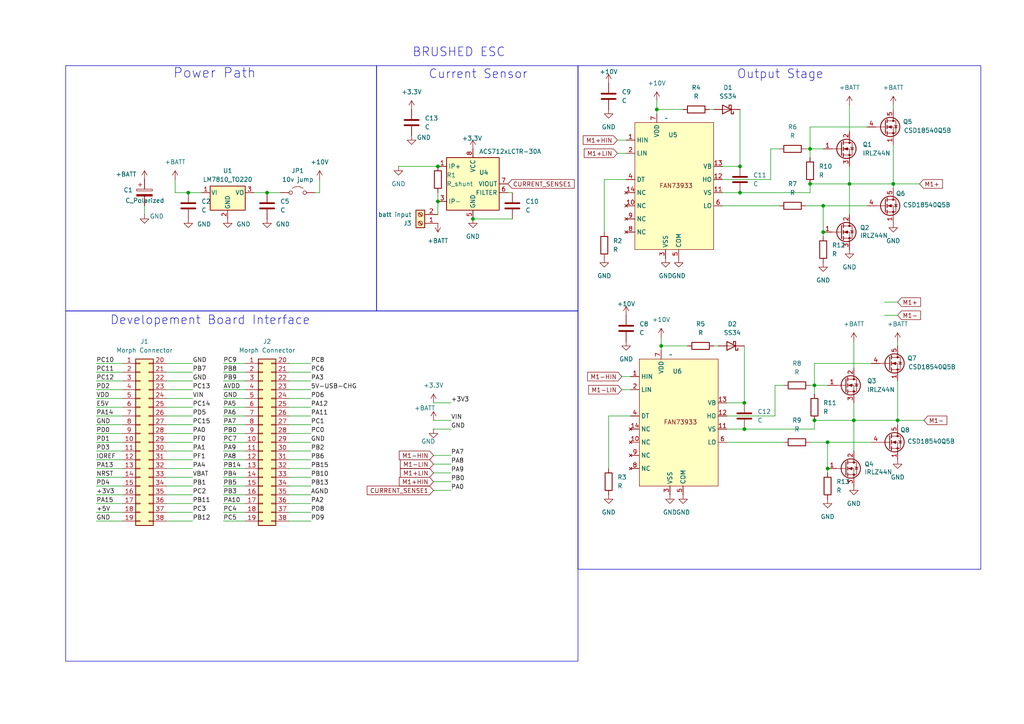
<source format=kicad_sch>
(kicad_sch (version 20231120) (generator "eeschema") (generator_version "8.0")
  (paper "A4")
  (title_block (title "Brushed ESC") (date "2024-12-22") (rev "2") (company "Cosmopilot"))
  (lib_symbols
    (symbol "Connector:Screw_Terminal_01x02" (pin_names (offset 1.016) hide)
      (property "Reference" "J" (at 0 2.54 0))
      (property "Value" "Screw_Terminal_01x02" (at 0 -5.08 0))
      (symbol "Screw_Terminal_01x02_1_1"
        (pin passive line (at -5.08 0 0) (length 3.81) (name "Pin_1") (number "1"))
        (pin passive line (at -5.08 -2.54 0) (length 3.81) (name "Pin_2") (number "2"))
      )
    )
    (symbol "Connector_Generic:Conn_02x19_Top_Bottom" (pin_names (offset 1.016) hide)
      (property "Reference" "J" (at 1.27 25.4 0))
      (property "Value" "Conn_02x19_Top_Bottom" (at 1.27 -25.4 0))
      (symbol "Conn_02x19_Top_Bottom_1_1"
        (pin passive line (at -5.08 22.86 0) (length 3.81) (name "Pin_1") (number "1"))
        (pin passive line (at -5.08 0 0) (length 3.81) (name "Pin_10") (number "10"))
        (pin passive line (at -5.08 -2.54 0) (length 3.81) (name "Pin_11") (number "11"))
        (pin passive line (at -5.08 -5.08 0) (length 3.81) (name "Pin_12") (number "12"))
        (pin passive line (at -5.08 -7.62 0) (length 3.81) (name "Pin_13") (number "13"))
        (pin passive line (at -5.08 -10.16 0) (length 3.81) (name "Pin_14") (number "14"))
        (pin passive line (at -5.08 -12.7 0) (length 3.81) (name "Pin_15") (number "15"))
        (pin passive line (at -5.08 -15.24 0) (length 3.81) (name "Pin_16") (number "16"))
        (pin passive line (at -5.08 -17.78 0) (length 3.81) (name "Pin_17") (number "17"))
        (pin passive line (at -5.08 -20.32 0) (length 3.81) (name "Pin_18") (number "18"))
        (pin passive line (at -5.08 -22.86 0) (length 3.81) (name "Pin_19") (number "19"))
        (pin passive line (at -5.08 20.32 0) (length 3.81) (name "Pin_2") (number "2"))
        (pin passive line (at 7.62 22.86 180) (length 3.81) (name "Pin_20") (number "20"))
        (pin passive line (at 7.62 20.32 180) (length 3.81) (name "Pin_21") (number "21"))
        (pin passive line (at 7.62 17.78 180) (length 3.81) (name "Pin_22") (number "22"))
        (pin passive line (at 7.62 15.24 180) (length 3.81) (name "Pin_23") (number "23"))
        (pin passive line (at 7.62 12.7 180) (length 3.81) (name "Pin_24") (number "24"))
        (pin passive line (at 7.62 10.16 180) (length 3.81) (name "Pin_25") (number "25"))
        (pin passive line (at 7.62 7.62 180) (length 3.81) (name "Pin_26") (number "26"))
        (pin passive line (at 7.62 5.08 180) (length 3.81) (name "Pin_27") (number "27"))
        (pin passive line (at 7.62 2.54 180) (length 3.81) (name "Pin_28") (number "28"))
        (pin passive line (at 7.62 0 180) (length 3.81) (name "Pin_29") (number "29"))
        (pin passive line (at -5.08 17.78 0) (length 3.81) (name "Pin_3") (number "3"))
        (pin passive line (at 7.62 -2.54 180) (length 3.81) (name "Pin_30") (number "30"))
        (pin passive line (at 7.62 -5.08 180) (length 3.81) (name "Pin_31") (number "31"))
        (pin passive line (at 7.62 -7.62 180) (length 3.81) (name "Pin_32") (number "32"))
        (pin passive line (at 7.62 -10.16 180) (length 3.81) (name "Pin_33") (number "33"))
        (pin passive line (at 7.62 -12.7 180) (length 3.81) (name "Pin_34") (number "34"))
        (pin passive line (at 7.62 -15.24 180) (length 3.81) (name "Pin_35") (number "35"))
        (pin passive line (at 7.62 -17.78 180) (length 3.81) (name "Pin_36") (number "36"))
        (pin passive line (at 7.62 -20.32 180) (length 3.81) (name "Pin_37") (number "37"))
        (pin passive line (at 7.62 -22.86 180) (length 3.81) (name "Pin_38") (number "38"))
        (pin passive line (at -5.08 15.24 0) (length 3.81) (name "Pin_4") (number "4"))
        (pin passive line (at -5.08 12.7 0) (length 3.81) (name "Pin_5") (number "5"))
        (pin passive line (at -5.08 10.16 0) (length 3.81) (name "Pin_6") (number "6"))
        (pin passive line (at -5.08 7.62 0) (length 3.81) (name "Pin_7") (number "7"))
        (pin passive line (at -5.08 5.08 0) (length 3.81) (name "Pin_8") (number "8"))
        (pin passive line (at -5.08 2.54 0) (length 3.81) (name "Pin_9") (number "9"))
      )
    )
    (symbol "Device:C" (pin_numbers hide) (pin_names (offset 0.254))
      (property "Reference" "C" (at 0.635 2.54 0))
      (property "Value" "C" (at 0.635 -2.54 0))
      (symbol "C_1_1"
        (pin passive line (at 0 3.81 270) (length 2.794) (name "~") (number "1"))
        (pin passive line (at 0 -3.81 90) (length 2.794) (name "~") (number "2"))
      )
    )
    (symbol "Device:C_Polarized" (pin_numbers hide) (pin_names (offset 0.254))
      (property "Reference" "C" (at 0.635 2.54 0))
      (property "Value" "C_Polarized" (at 0.635 -2.54 0))
      (symbol "C_Polarized_1_1"
        (pin passive line (at 0 3.81 270) (length 2.794) (name "~") (number "1"))
        (pin passive line (at 0 -3.81 90) (length 2.794) (name "~") (number "2"))
      )
    )
    (symbol "Device:R" (pin_numbers hide) (pin_names (offset 0))
      (property "Reference" "R" (at 2.032 0 90))
      (property "Value" "R" (at 0 0 90))
      (symbol "R_1_1"
        (pin passive line (at 0 3.81 270) (length 1.27) (name "~") (number "1"))
        (pin passive line (at 0 -3.81 90) (length 1.27) (name "~") (number "2"))
      )
    )
    (symbol "Diode:SS34" (pin_numbers hide) (pin_names (offset 1.016) hide)
      (property "Reference" "D" (at 0 2.54 0))
      (property "Value" "SS34" (at 0 -2.54 0))
      (symbol "SS34_1_1"
        (pin passive line (at -3.81 0 0) (length 2.54) (name "K") (number "1"))
        (pin passive line (at 3.81 0 180) (length 2.54) (name "A") (number "2"))
      )
    )
    (symbol "Jumper:Jumper_2_Open" (pin_numbers hide) (pin_names (offset 0) hide) (exclude_from_sim yes)
      (property "Reference" "JP" (at 0 2.794 0))
      (property "Value" "Jumper_2_Open" (at 0 -2.286 0))
      (symbol "Jumper_2_Open_1_1"
        (pin passive line (at -5.08 0 0) (length 2.54) (name "A") (number "1"))
        (pin passive line (at 5.08 0 180) (length 2.54) (name "B") (number "2"))
      )
    )
    (symbol "Regulator_Linear:LM7810_TO220" (pin_names (offset 0.254))
      (property "Reference" "U" (at -3.81 3.175 0))
      (property "Value" "LM7810_TO220" (at 0 3.175 0))
      (symbol "LM7810_TO220_1_1"
        (pin power_in line (at -7.62 0 0) (length 2.54) (name "VI") (number "1"))
        (pin power_in line (at 0 -7.62 90) (length 2.54) (name "GND") (number "2"))
        (pin power_out line (at 7.62 0 180) (length 2.54) (name "VO") (number "3"))
      )
    )
    (symbol "Sensor_Current:ACS712xLCTR-30A"
      (property "Reference" "U" (at 2.54 11.43 0))
      (property "Value" "ACS712xLCTR-30A" (at 2.54 8.89 0))
      (symbol "ACS712xLCTR-30A_1_1"
        (pin passive line (at -10.16 5.08 0) (length 2.54) (name "IP+") (number "1"))
        (pin passive line (at -10.16 5.08 0) (length 2.54) hide (name "IP+") (number "2"))
        (pin passive line (at -10.16 -5.08 0) (length 2.54) (name "IP-") (number "3"))
        (pin passive line (at -10.16 -5.08 0) (length 2.54) hide (name "IP-") (number "4"))
        (pin power_in line (at 0 -10.16 90) (length 2.54) (name "GND") (number "5"))
        (pin passive line (at 10.16 -2.54 180) (length 2.54) (name "FILTER") (number "6"))
        (pin output line (at 10.16 0 180) (length 2.54) (name "VIOUT") (number "7"))
        (pin power_in line (at 0 10.16 270) (length 2.54) (name "VCC") (number "8"))
      )
    )
    (symbol "Transistor_FET:CSD18540Q5B" (pin_names hide)
      (property "Reference" "Q" (at 5.08 1.905 0))
      (property "Value" "CSD18540Q5B" (at 5.08 0 0))
      (symbol "CSD18540Q5B_1_1"
        (pin passive line (at 2.54 -5.08 90) (length 2.54) (name "S") (number "1"))
        (pin passive line (at 2.54 -5.08 90) (length 2.54) hide (name "S") (number "2"))
        (pin passive line (at 2.54 -5.08 90) (length 2.54) hide (name "S") (number "3"))
        (pin passive line (at -5.08 0 0) (length 2.54) (name "G") (number "4"))
        (pin passive line (at 2.54 5.08 270) (length 2.54) (name "D") (number "5"))
      )
    )
    (symbol "Transistor_FET:IRLZ44N" (pin_names hide)
      (property "Reference" "Q" (at 5.08 1.905 0))
      (property "Value" "IRLZ44N" (at 5.08 0 0))
      (symbol "IRLZ44N_1_1"
        (pin input line (at -5.08 0 0) (length 2.54) (name "G") (number "1"))
        (pin passive line (at 2.54 5.08 270) (length 2.54) (name "D") (number "2"))
        (pin passive line (at 2.54 -5.08 90) (length 2.54) (name "S") (number "3"))
      )
    )
    (symbol "fan73933gatedriveric_1"
      (property "Reference" "U" (at 14.986 1.524 0))
      (symbol "fan73933gatedriveric_1_1_1"
        (text "FAN73933\n" (at 6.858 -18.288 0) (effects (font (size 1.27 1.27))))
        (pin input line (at -7.62 -5.08 0) (length 2.54) (name "HIN") (number "1"))
        (pin no_connect line (at -7.62 -24.13 0) (length 2.54) (name "NC") (number "10"))
        (pin input line (at 20.32 -20.32 180) (length 2.54) (name "VS") (number "11"))
        (pin output line (at 20.32 -16.51 180) (length 2.54) (name "HO") (number "12"))
        (pin output line (at 20.32 -12.7 180) (length 2.54) (name "VB") (number "13"))
        (pin no_connect line (at -7.62 -20.32 0) (length 2.54) (name "NC") (number "14"))
        (pin input line (at -7.62 -8.89 0) (length 2.54) (name "LIN") (number "2"))
        (pin passive line (at 3.81 -39.37 90) (length 2.54) (name "VSS") (number "3"))
        (pin passive line (at -7.62 -16.51 0) (length 2.54) (name "DT") (number "4"))
        (pin passive line (at 7.62 -39.37 90) (length 2.54) (name "COM") (number "5"))
        (pin passive line (at 20.32 -24.13 180) (length 2.54) (name "LO") (number "6"))
        (pin power_in line (at 1.27 2.54 270) (length 2.54) (name "VDD") (number "7"))
        (pin no_connect line (at -7.62 -31.75 0) (length 2.54) (name "NC") (number "8"))
        (pin no_connect line (at -7.62 -27.94 0) (length 2.54) (name "NC") (number "9"))
      )
    )
    (symbol "power:+10V" (power) (pin_numbers hide) (pin_names (offset 0) hide)
      (property "Value" "+10V" (at 0 3.556 0))
      (symbol "+10V_1_1"
        (pin power_in line (at 0 0 90) (length 0) (name "~") (number "1"))
      )
    )
    (symbol "power:+3.3V" (power) (pin_numbers hide) (pin_names (offset 0) hide)
      (property "Value" "+3.3V" (at 0 3.556 0))
      (symbol "+3.3V_1_1"
        (pin power_in line (at 0 0 90) (length 0) (name "~") (number "1"))
      )
    )
    (symbol "power:+BATT" (power) (pin_numbers hide) (pin_names (offset 0) hide)
      (property "Value" "+BATT" (at 0 3.556 0))
      (symbol "+BATT_1_1"
        (pin power_in line (at 0 0 90) (length 0) (name "~") (number "1"))
      )
    )
    (symbol "power:GND" (power) (pin_numbers hide) (pin_names (offset 0) hide)
      (property "Value" "GND" (at 0 -3.81 0))
      (symbol "GND_1_1"
        (pin power_in line (at 0 0 270) (length 0) (name "~") (number "1"))
      )
    )
  )
  (junction (at 238.76 59.69))
  (junction (at 246.38 53.34))
  (junction (at 234.95 43.18))
  (junction (at 260.35 121.92))
  (junction (at 190.5 31.75))
  (junction (at 236.22 111.76))
  (junction (at 247.65 121.92))
  (junction (at 54.61 55.88))
  (junction (at 259.08 53.34))
  (junction (at 238.76 67.31))
  (junction (at 214.63 55.88))
  (junction (at 236.22 121.92))
  (junction (at 77.47 55.88))
  (junction (at 191.77 100.33))
  (junction (at 240.03 128.27))
  (junction (at 127 48.26))
  (junction (at 215.9 116.84))
  (junction (at 215.9 124.46))
  (junction (at 240.03 135.89))
  (junction (at 127 58.42))
  (junction (at 137.16 63.5))
  (junction (at 234.95 53.34))
  (junction (at 214.63 48.26))
  (wire (pts (xy 252.73 128.27) (xy 240.03 128.27)))
  (wire (pts (xy 92.71 55.88) (xy 91.44 55.88)))
  (wire (pts (xy 55.88 148.59) (xy 48.26 148.59)))
  (wire (pts (xy 55.88 110.49) (xy 48.26 110.49)))
  (wire (pts (xy 246.38 62.23) (xy 246.38 53.34)))
  (wire (pts (xy 233.68 59.69) (xy 238.76 59.69)))
  (wire (pts (xy 191.77 97.79) (xy 191.77 100.33)))
  (wire (pts (xy 90.17 130.81) (xy 83.82 130.81)))
  (wire (pts (xy 64.77 105.41) (xy 71.12 105.41)))
  (wire (pts (xy 90.17 113.03) (xy 83.82 113.03)))
  (wire (pts (xy 210.82 124.46) (xy 215.9 124.46)))
  (wire (pts (xy 180.34 109.22) (xy 182.88 109.22)))
  (wire (pts (xy 90.17 135.89) (xy 83.82 135.89)))
  (wire (pts (xy 233.68 43.18) (xy 234.95 43.18)))
  (wire (pts (xy 83.82 128.27) (xy 90.17 128.27)))
  (wire (pts (xy 205.74 31.75) (xy 207.01 31.75)))
  (wire (pts (xy 48.26 133.35) (xy 55.88 133.35)))
  (wire (pts (xy 64.77 148.59) (xy 71.12 148.59)))
  (wire (pts (xy 64.77 123.19) (xy 71.12 123.19)))
  (wire (pts (xy 48.26 130.81) (xy 55.88 130.81)))
  (wire (pts (xy 27.94 130.81) (xy 35.56 130.81)))
  (wire (pts (xy 240.03 135.89) (xy 240.03 137.16)))
  (wire (pts (xy 251.46 36.83) (xy 234.95 36.83)))
  (wire (pts (xy 125.73 137.16) (xy 130.81 137.16)))
  (wire (pts (xy 48.26 128.27) (xy 55.88 128.27)))
  (wire (pts (xy 125.73 134.62) (xy 130.81 134.62)))
  (wire (pts (xy 55.88 113.03) (xy 48.26 113.03)))
  (wire (pts (xy 64.77 113.03) (xy 71.12 113.03)))
  (wire (pts (xy 55.88 123.19) (xy 48.26 123.19)))
  (wire (pts (xy 209.55 55.88) (xy 214.63 55.88)))
  (wire (pts (xy 191.77 100.33) (xy 191.77 101.6)))
  (wire (pts (xy 55.88 151.13) (xy 48.26 151.13)))
  (wire (pts (xy 27.94 143.51) (xy 35.56 143.51)))
  (wire (pts (xy 223.52 52.07) (xy 209.55 52.07)))
  (wire (pts (xy 90.17 123.19) (xy 83.82 123.19)))
  (wire (pts (xy 64.77 138.43) (xy 71.12 138.43)))
  (wire (pts (xy 236.22 111.76) (xy 236.22 114.3)))
  (wire (pts (xy 259.08 41.91) (xy 259.08 53.34)))
  (wire (pts (xy 27.94 115.57) (xy 35.56 115.57)))
  (wire (pts (xy 224.79 120.65) (xy 210.82 120.65)))
  (wire (pts (xy 64.77 140.97) (xy 71.12 140.97)))
  (wire (pts (xy 90.17 140.97) (xy 83.82 140.97)))
  (wire (pts (xy 64.77 120.65) (xy 71.12 120.65)))
  (wire (pts (xy 247.65 121.92) (xy 260.35 121.92)))
  (wire (pts (xy 209.55 48.26) (xy 214.63 48.26)))
  (wire (pts (xy 90.17 146.05) (xy 83.82 146.05)))
  (wire (pts (xy 175.26 52.07) (xy 181.61 52.07)))
  (wire (pts (xy 234.95 36.83) (xy 234.95 43.18)))
  (wire (pts (xy 115.57 48.26) (xy 127 48.26)))
  (wire (pts (xy 234.95 43.18) (xy 234.95 45.72)))
  (wire (pts (xy 125.73 132.08) (xy 130.81 132.08)))
  (wire (pts (xy 226.06 43.18) (xy 223.52 43.18)))
  (wire (pts (xy 83.82 143.51) (xy 90.17 143.51)))
  (wire (pts (xy 238.76 59.69) (xy 238.76 67.31)))
  (wire (pts (xy 55.88 143.51) (xy 48.26 143.51)))
  (wire (pts (xy 247.65 116.84) (xy 247.65 121.92)))
  (wire (pts (xy 190.5 31.75) (xy 190.5 33.02)))
  (wire (pts (xy 238.76 67.31) (xy 238.76 68.58)))
  (wire (pts (xy 125.73 139.7) (xy 130.81 139.7)))
  (wire (pts (xy 64.77 115.57) (xy 71.12 115.57)))
  (wire (pts (xy 247.65 130.81) (xy 247.65 121.92)))
  (wire (pts (xy 64.77 107.95) (xy 71.12 107.95)))
  (wire (pts (xy 125.73 116.84) (xy 130.81 116.84)))
  (wire (pts (xy 90.17 138.43) (xy 83.82 138.43)))
  (wire (pts (xy 27.94 113.03) (xy 35.56 113.03)))
  (wire (pts (xy 55.88 115.57) (xy 48.26 115.57)))
  (wire (pts (xy 55.88 118.11) (xy 48.26 118.11)))
  (wire (pts (xy 240.03 128.27) (xy 240.03 135.89)))
  (wire (pts (xy 234.95 128.27) (xy 240.03 128.27)))
  (wire (pts (xy 180.34 113.03) (xy 182.88 113.03)))
  (wire (pts (xy 55.88 138.43) (xy 48.26 138.43)))
  (wire (pts (xy 207.01 100.33) (xy 208.28 100.33)))
  (wire (pts (xy 246.38 30.48) (xy 246.38 38.1)))
  (wire (pts (xy 27.94 123.19) (xy 35.56 123.19)))
  (wire (pts (xy 90.17 105.41) (xy 83.82 105.41)))
  (wire (pts (xy 64.77 125.73) (xy 71.12 125.73)))
  (wire (pts (xy 27.94 148.59) (xy 35.56 148.59)))
  (wire (pts (xy 55.88 135.89) (xy 48.26 135.89)))
  (wire (pts (xy 27.94 125.73) (xy 35.56 125.73)))
  (wire (pts (xy 27.94 140.97) (xy 35.56 140.97)))
  (wire (pts (xy 27.94 133.35) (xy 35.56 133.35)))
  (wire (pts (xy 90.17 107.95) (xy 83.82 107.95)))
  (wire (pts (xy 234.95 43.18) (xy 238.76 43.18)))
  (wire (pts (xy 260.35 110.49) (xy 260.35 121.92)))
  (wire (pts (xy 247.65 99.06) (xy 247.65 106.68)))
  (wire (pts (xy 267.97 121.92) (xy 260.35 121.92)))
  (wire (pts (xy 234.95 53.34) (xy 246.38 53.34)))
  (wire (pts (xy 215.9 100.33) (xy 215.9 116.84)))
  (wire (pts (xy 54.61 55.88) (xy 58.42 55.88)))
  (wire (pts (xy 214.63 31.75) (xy 214.63 48.26)))
  (wire (pts (xy 27.94 120.65) (xy 35.56 120.65)))
  (wire (pts (xy 190.5 31.75) (xy 198.12 31.75)))
  (wire (pts (xy 224.79 111.76) (xy 224.79 120.65)))
  (wire (pts (xy 55.88 146.05) (xy 48.26 146.05)))
  (wire (pts (xy 64.77 130.81) (xy 71.12 130.81)))
  (wire (pts (xy 64.77 110.49) (xy 71.12 110.49)))
  (wire (pts (xy 27.94 118.11) (xy 35.56 118.11)))
  (wire (pts (xy 64.77 118.11) (xy 71.12 118.11)))
  (wire (pts (xy 27.94 107.95) (xy 35.56 107.95)))
  (wire (pts (xy 236.22 111.76) (xy 240.03 111.76)))
  (wire (pts (xy 251.46 59.69) (xy 238.76 59.69)))
  (wire (pts (xy 179.07 40.64) (xy 181.61 40.64)))
  (wire (pts (xy 90.17 118.11) (xy 83.82 118.11)))
  (wire (pts (xy 236.22 121.92) (xy 247.65 121.92)))
  (wire (pts (xy 90.17 125.73) (xy 83.82 125.73)))
  (wire (pts (xy 50.8 52.07) (xy 50.8 55.88)))
  (wire (pts (xy 125.73 121.92) (xy 130.81 121.92)))
  (wire (pts (xy 176.53 135.89) (xy 176.53 120.65)))
  (wire (pts (xy 27.94 135.89) (xy 35.56 135.89)))
  (wire (pts (xy 64.77 135.89) (xy 71.12 135.89)))
  (wire (pts (xy 234.95 111.76) (xy 236.22 111.76)))
  (wire (pts (xy 90.17 133.35) (xy 83.82 133.35)))
  (wire (pts (xy 90.17 115.57) (xy 83.82 115.57)))
  (wire (pts (xy 210.82 128.27) (xy 227.33 128.27)))
  (wire (pts (xy 41.91 59.69) (xy 41.91 62.23)))
  (wire (pts (xy 27.94 146.05) (xy 35.56 146.05)))
  (wire (pts (xy 90.17 110.49) (xy 83.82 110.49)))
  (wire (pts (xy 256.54 87.63) (xy 260.35 87.63)))
  (wire (pts (xy 223.52 43.18) (xy 223.52 52.07)))
  (wire (pts (xy 55.88 105.41) (xy 48.26 105.41)))
  (wire (pts (xy 90.17 148.59) (xy 83.82 148.59)))
  (wire (pts (xy 209.55 59.69) (xy 226.06 59.69)))
  (wire (pts (xy 266.7 53.34) (xy 259.08 53.34)))
  (wire (pts (xy 125.73 124.46) (xy 130.81 124.46)))
  (wire (pts (xy 27.94 151.13) (xy 35.56 151.13)))
  (wire (pts (xy 252.73 105.41) (xy 236.22 105.41)))
  (wire (pts (xy 27.94 110.49) (xy 35.56 110.49)))
  (wire (pts (xy 147.32 55.88) (xy 148.59 55.88)))
  (wire (pts (xy 215.9 124.46) (xy 236.22 124.46)))
  (wire (pts (xy 190.5 29.21) (xy 190.5 31.75)))
  (wire (pts (xy 179.07 44.45) (xy 181.61 44.45)))
  (wire (pts (xy 27.94 138.43) (xy 35.56 138.43)))
  (wire (pts (xy 55.88 125.73) (xy 48.26 125.73)))
  (wire (pts (xy 210.82 116.84) (xy 215.9 116.84)))
  (wire (pts (xy 176.53 120.65) (xy 182.88 120.65)))
  (wire (pts (xy 236.22 121.92) (xy 236.22 124.46)))
  (wire (pts (xy 234.95 53.34) (xy 234.95 55.88)))
  (wire (pts (xy 64.77 133.35) (xy 71.12 133.35)))
  (wire (pts (xy 64.77 146.05) (xy 71.12 146.05)))
  (wire (pts (xy 64.77 128.27) (xy 71.12 128.27)))
  (wire (pts (xy 175.26 67.31) (xy 175.26 52.07)))
  (wire (pts (xy 259.08 30.48) (xy 259.08 31.75)))
  (wire (pts (xy 55.88 140.97) (xy 48.26 140.97)))
  (wire (pts (xy 191.77 100.33) (xy 199.39 100.33)))
  (wire (pts (xy 55.88 107.95) (xy 48.26 107.95)))
  (wire (pts (xy 90.17 151.13) (xy 83.82 151.13)))
  (wire (pts (xy 92.71 52.07) (xy 92.71 55.88)))
  (wire (pts (xy 246.38 48.26) (xy 246.38 53.34)))
  (wire (pts (xy 125.73 142.24) (xy 130.81 142.24)))
  (wire (pts (xy 246.38 53.34) (xy 259.08 53.34)))
  (wire (pts (xy 77.47 55.88) (xy 81.28 55.88)))
  (wire (pts (xy 27.94 128.27) (xy 35.56 128.27)))
  (wire (pts (xy 214.63 55.88) (xy 234.95 55.88)))
  (wire (pts (xy 260.35 121.92) (xy 260.35 123.19)))
  (wire (pts (xy 127 55.88) (xy 127 58.42)))
  (wire (pts (xy 55.88 120.65) (xy 48.26 120.65)))
  (wire (pts (xy 137.16 63.5) (xy 148.59 63.5)))
  (wire (pts (xy 90.17 120.65) (xy 83.82 120.65)))
  (wire (pts (xy 127 58.42) (xy 127 62.23)))
  (wire (pts (xy 256.54 91.44) (xy 260.35 91.44)))
  (wire (pts (xy 260.35 99.06) (xy 260.35 100.33)))
  (wire (pts (xy 227.33 111.76) (xy 224.79 111.76)))
  (wire (pts (xy 259.08 53.34) (xy 259.08 54.61)))
  (wire (pts (xy 50.8 55.88) (xy 54.61 55.88)))
  (wire (pts (xy 64.77 143.51) (xy 71.12 143.51)))
  (wire (pts (xy 236.22 105.41) (xy 236.22 111.76)))
  (wire (pts (xy 64.77 151.13) (xy 71.12 151.13)))
  (wire (pts (xy 73.66 55.88) (xy 77.47 55.88)))
  (wire (pts (xy 27.94 105.41) (xy 35.56 105.41)))
  (rectangle (start 109.22 19.05) (end 167.64 90.17))
  (rectangle (start 167.64 19.05) (end 284.48 165.1))
  (rectangle (start 19.05 90.17) (end 167.64 191.77))
  (rectangle (start 19.05 19.05) (end 109.22 90.17))
  (text "BRUSHED ESC" (at 133.096 15.24 0) (effects (font (size 2.54 2.54))))
  (text "Output Stage" (at 226.314 21.59 0) (effects (font (size 2.54 2.54))))
  (text "Developement Board Interface" (at 60.96 92.964 0) (effects (font (size 2.54 2.54))))
  (text "Power Path" (at 62.23 21.336 0) (effects (font (size 2.794 2.794))))
  (text "Current Sensor" (at 138.684 21.59 0) (effects (font (size 2.54 2.54))))
  (label "PA8" (at 130.81 134.62 0))
  (label "PA9" (at 64.77 130.81 0))
  (label "PB7" (at 55.88 107.95 0))
  (label "+5V" (at 27.94 148.59 0))
  (label "PC13" (at 55.88 113.03 0))
  (label "PC2" (at 55.88 143.51 0))
  (label "5V-USB-CHG" (at 90.17 113.03 0))
  (label "VIN" (at 55.88 115.57 0))
  (label "PA4" (at 55.88 135.89 0))
  (label "PA14" (at 27.94 120.65 0))
  (label "PD6" (at 90.17 115.57 0))
  (label "PB11" (at 55.88 146.05 0))
  (label "PD3" (at 27.94 130.81 0))
  (label "PD1" (at 27.94 128.27 0))
  (label "VBAT" (at 55.88 138.43 0))
  (label "NRST" (at 27.94 138.43 0))
  (label "PB12" (at 55.88 151.13 0))
  (label "PB4" (at 64.77 138.43 0))
  (label "PA1" (at 55.88 130.81 0))
  (label "PB1" (at 55.88 140.97 0))
  (label "IOREF" (at 27.94 133.35 0))
  (label "VIN" (at 130.81 121.92 0))
  (label "PA10" (at 64.77 146.05 0))
  (label "PB5" (at 64.77 140.97 0))
  (label "PA6" (at 64.77 120.65 0))
  (label "PF0" (at 55.88 128.27 0))
  (label "PA3" (at 90.17 110.49 0))
  (label "PC7" (at 64.77 128.27 0))
  (label "PA12" (at 90.17 118.11 0))
  (label "PB8" (at 64.77 107.95 0))
  (label "PC3" (at 55.88 148.59 0))
  (label "GND" (at 90.17 128.27 0))
  (label "PC8" (at 90.17 105.41 0))
  (label "PC12" (at 27.94 110.49 0))
  (label "PD0" (at 27.94 125.73 0))
  (label "PB0" (at 130.81 139.7 0))
  (label "PC5" (at 64.77 151.13 0))
  (label "PB9" (at 64.77 110.49 0))
  (label "GND" (at 64.77 115.57 0))
  (label "GND" (at 27.94 151.13 0))
  (label "PF1" (at 55.88 133.35 0))
  (label "PB2" (at 90.17 130.81 0))
  (label "PB0" (at 64.77 125.73 0))
  (label "PD4" (at 27.94 140.97 0))
  (label "PC11" (at 27.94 107.95 0))
  (label "+3V3" (at 27.94 143.51 0))
  (label "PA15" (at 27.94 146.05 0))
  (label "PC14" (at 55.88 118.11 0))
  (label "PA7" (at 64.77 123.19 0))
  (label "PB10" (at 90.17 138.43 0))
  (label "PD9" (at 90.17 151.13 0))
  (label "PD8" (at 90.17 148.59 0))
  (label "PC1" (at 90.17 123.19 0))
  (label "PB3" (at 64.77 143.51 0))
  (label "PC10" (at 27.94 105.41 0))
  (label "AGND" (at 90.17 143.51 0))
  (label "PC0" (at 90.17 125.73 0))
  (label "PA0" (at 130.81 142.24 0))
  (label "E5V" (at 27.94 118.11 0))
  (label "GND" (at 27.94 123.19 0))
  (label "VDD" (at 27.94 115.57 0))
  (label "PB13" (at 90.17 140.97 0))
  (label "+3V3" (at 130.81 116.84 0))
  (label "PA0" (at 55.88 125.73 0))
  (label "PA5" (at 64.77 118.11 0))
  (label "PC9" (at 64.77 105.41 0))
  (label "PB14" (at 64.77 135.89 0))
  (label "GND" (at 55.88 105.41 0))
  (label "PD5" (at 55.88 120.65 0))
  (label "GND" (at 130.81 124.46 0))
  (label "PD2" (at 27.94 113.03 0))
  (label "PC15" (at 55.88 123.19 0))
  (label "PB15" (at 90.17 135.89 0))
  (label "PA11" (at 90.17 120.65 0))
  (label "PA2" (at 90.17 146.05 0))
  (label "GND" (at 55.88 110.49 0))
  (label "PA13" (at 27.94 135.89 0))
  (label "PA9" (at 130.81 137.16 0))
  (label "PA7" (at 130.81 132.08 0))
  (label "AVDD" (at 64.77 113.03 0))
  (label "PB6" (at 90.17 133.35 0))
  (label "PC4" (at 64.77 148.59 0))
  (label "PA8" (at 64.77 133.35 0))
  (label "PC6" (at 90.17 107.95 0))
  (global_label "CURRENT_SENSE1" (shape input) (at 147.32 53.34 0) (property "Intersheetrefs" "${INTERSHEET_REFS}" (effects (hide yes))))
  (global_label "CURRENT_SENSE1" (shape input) (at 125.73 142.24 180) (property "Intersheetrefs" "${INTERSHEET_REFS}" (effects (hide yes))))
  (global_label "M1-" (shape input) (at 260.35 91.44 0) (property "Intersheetrefs" "${INTERSHEET_REFS}" (effects (hide yes))))
  (global_label "M1-" (shape input) (at 267.97 121.92 0) (property "Intersheetrefs" "${INTERSHEET_REFS}" (effects (hide yes))))
  (global_label "M1-HIN" (shape input) (at 125.73 132.08 180) (property "Intersheetrefs" "${INTERSHEET_REFS}" (effects (hide yes))))
  (global_label "M1+LIN" (shape input) (at 179.07 44.45 180) (property "Intersheetrefs" "${INTERSHEET_REFS}" (effects (hide yes))))
  (global_label "M1-LIN" (shape input) (at 125.73 134.62 180) (property "Intersheetrefs" "${INTERSHEET_REFS}" (effects (hide yes))))
  (global_label "M1+" (shape input) (at 266.7 53.34 0) (property "Intersheetrefs" "${INTERSHEET_REFS}" (effects (hide yes))))
  (global_label "M1+" (shape input) (at 260.35 87.63 0) (property "Intersheetrefs" "${INTERSHEET_REFS}" (effects (hide yes))))
  (global_label "M1+LIN" (shape input) (at 125.73 137.16 180) (property "Intersheetrefs" "${INTERSHEET_REFS}" (effects (hide yes))))
  (global_label "M1-HIN" (shape input) (at 180.34 109.22 180) (property "Intersheetrefs" "${INTERSHEET_REFS}" (effects (hide yes))))
  (global_label "M1+HIN" (shape input) (at 179.07 40.64 180) (property "Intersheetrefs" "${INTERSHEET_REFS}" (effects (hide yes))))
  (global_label "M1+HIN" (shape input) (at 125.73 139.7 180) (property "Intersheetrefs" "${INTERSHEET_REFS}" (effects (hide yes))))
  (global_label "M1-LIN" (shape input) (at 180.34 113.03 180) (property "Intersheetrefs" "${INTERSHEET_REFS}" (effects (hide yes))))
  (symbol (lib_id "Device:R") (at 231.14 111.76 90) (unit 1)
    (property "Reference" "R8" (at 231.14 105.41 90))
    (property "Value" "R" (at 231.14 107.95 90))
    (property "Footprint" "Resistor_SMD:R_1206_3216Metric_Pad1.30x1.75mm_HandSolder" (effects (hide yes)))
    (property "Description" "Resistor" (effects (hide yes)))
  )
  (symbol (lib_id "power:+BATT") (at 50.8 52.07 0) (unit 1)
    (property "Reference" "#PWR04" (effects (hide yes)))
    (property "Value" "+BATT" (at 50.8 46.99 0))
    (property "Description" "Power symbol creates a global label with name \"+BATT\"" (effects (hide yes)))
  )
  (symbol (lib_id "power:GND") (at 194.31 143.51 0) (unit 1)
    (property "Reference" "#PWR036" (effects (hide yes)))
    (property "Value" "GND" (at 194.31 148.59 0))
    (property "Description" "Power symbol creates a global label with name \"GND\" , ground" (effects (hide yes)))
  )
  (symbol (lib_id "power:GND") (at 176.53 143.51 0) (unit 1)
    (property "Reference" "#PWR032" (effects (hide yes)))
    (property "Value" "GND" (at 176.53 148.59 0))
    (property "Description" "Power symbol creates a global label with name \"GND\" , ground" (effects (hide yes)))
  )
  (symbol (lib_id "Transistor_FET:CSD18540Q5B") (at 257.81 105.41 0) (unit 1)
    (property "Reference" "Q7" (at 263.144 103.886 0) (effects (justify left)))
    (property "Value" "CSD18540Q5B" (at 263.398 106.426 0) (effects (justify left)))
    (property "Footprint" "Package_SON:Infineon_PG-TDSON-8_6.15x5.15mm" (effects (hide yes)))
    (property "Datasheet" "http://www.ti.com/lit/gpn/csd18540q5b" (effects (hide yes)))
    (property "Description" "100A Id, 60V Vds, NexFET N-Channel Power MOSFET, 2.2mOhm Ron, 41nC Qg(typ), SON8 5x6mm" (effects (hide yes)))
  )
  (symbol (lib_id "Transistor_FET:CSD18540Q5B") (at 256.54 36.83 0) (unit 1)
    (property "Reference" "Q5" (at 261.874 35.306 0) (effects (justify left)))
    (property "Value" "CSD18540Q5B" (at 262.128 37.846 0) (effects (justify left)))
    (property "Footprint" "Package_SON:Infineon_PG-TDSON-8_6.15x5.15mm" (effects (hide yes)))
    (property "Datasheet" "http://www.ti.com/lit/gpn/csd18540q5b" (effects (hide yes)))
    (property "Description" "100A Id, 60V Vds, NexFET N-Channel Power MOSFET, 2.2mOhm Ron, 41nC Qg(typ), SON8 5x6mm" (effects (hide yes)))
  )
  (symbol (lib_id "Device:C") (at 148.59 59.69 0) (unit 1)
    (property "Reference" "C10" (at 152.4 58.4199 0) (effects (justify left)))
    (property "Value" "C" (at 152.4 60.9599 0) (effects (justify left)))
    (property "Footprint" "Capacitor_SMD:C_1206_3216Metric_Pad1.33x1.80mm_HandSolder" (effects (hide yes)))
    (property "Description" "Unpolarized capacitor" (effects (hide yes)))
  )
  (symbol (lib_id "Connector:Screw_Terminal_01x02") (at 121.92 64.77 180) (unit 1)
    (property "Reference" "J3" (at 119.38 64.7701 0) (effects (justify left)))
    (property "Value" "batt input" (at 119.38 62.2301 0) (effects (justify left)))
    (property "Footprint" "Connector_JST:JST_NV_B02P-NV_1x02_P5.00mm_Vertical" (effects (hide yes)))
    (property "Description" "Generic screw terminal, single row, 01x02, script generated (kicad-library-utils/schlib/autogen/connector/)" (effects (hide yes)))
  )
  (symbol (lib_id "Device:R") (at 203.2 100.33 90) (unit 1)
    (property "Reference" "R5" (at 203.2 93.98 90))
    (property "Value" "R" (at 203.2 96.52 90))
    (property "Footprint" "Resistor_SMD:R_1206_3216Metric_Pad1.30x1.75mm_HandSolder" (effects (hide yes)))
    (property "Description" "Resistor" (effects (hide yes)))
  )
  (symbol (lib_name "fan73933gatedriveric_1") (lib_id "OWN:fan73933gatedriveric") (at 190.5 104.14 0) (unit 1)
    (property "Reference" "U6" (at 195.072 107.696 0) (effects (justify left)))
    (property "Value" "~" (at 193.9641 102.87 0) (effects (justify left)))
    (property "Footprint" "Package_SO:SOIC-14_3.9x8.7mm_P1.27mm" (effects (hide yes)))
  )
  (symbol (lib_id "Device:C") (at 215.9 120.65 0) (unit 1)
    (property "Reference" "C12" (at 219.71 119.3799 0) (effects (justify left)))
    (property "Value" "C" (at 219.71 121.9199 0) (effects (justify left)))
    (property "Footprint" "Capacitor_SMD:C_1206_3216Metric_Pad1.33x1.80mm_HandSolder" (effects (hide yes)))
    (property "Description" "Unpolarized capacitor" (effects (hide yes)))
  )
  (symbol (lib_id "power:GND") (at 77.47 63.5 0) (unit 1)
    (property "Reference" "#PWR013" (effects (hide yes)))
    (property "Value" "GND" (at 82.042 65.024 0))
    (property "Description" "Power symbol creates a global label with name \"GND\" , ground" (effects (hide yes)))
  )
  (symbol (lib_id "Device:R") (at 201.93 31.75 90) (unit 1)
    (property "Reference" "R4" (at 201.93 25.4 90))
    (property "Value" "R" (at 201.93 27.94 90))
    (property "Footprint" "Resistor_SMD:R_1206_3216Metric_Pad1.30x1.75mm_HandSolder" (effects (hide yes)))
    (property "Description" "Resistor" (effects (hide yes)))
  )
  (symbol (lib_id "Device:R") (at 234.95 49.53 0) (unit 1)
    (property "Reference" "R10" (at 237.49 48.2599 0) (effects (justify left)))
    (property "Value" "R" (at 237.49 50.7999 0) (effects (justify left)))
    (property "Footprint" "Resistor_SMD:R_1206_3216Metric_Pad1.30x1.75mm_HandSolder" (effects (hide yes)))
    (property "Description" "Resistor" (effects (hide yes)))
  )
  (symbol (lib_id "Device:C") (at 176.53 27.94 0) (unit 1)
    (property "Reference" "C9" (at 180.34 26.6699 0) (effects (justify left)))
    (property "Value" "C" (at 180.34 29.2099 0) (effects (justify left)))
    (property "Footprint" "Capacitor_SMD:C_1206_3216Metric_Pad1.33x1.80mm_HandSolder" (effects (hide yes)))
    (property "Description" "Unpolarized capacitor" (effects (hide yes)))
  )
  (symbol (lib_id "Device:R") (at 240.03 140.97 0) (unit 1)
    (property "Reference" "R13" (at 242.57 139.6999 0) (effects (justify left)))
    (property "Value" "R" (at 242.57 142.2399 0) (effects (justify left)))
    (property "Footprint" "Resistor_SMD:R_1206_3216Metric_Pad1.30x1.75mm_HandSolder" (effects (hide yes)))
    (property "Description" "Resistor" (effects (hide yes)))
  )
  (symbol (lib_id "Device:R") (at 127 52.07 0) (unit 1)
    (property "Reference" "R1" (at 129.54 50.7999 0) (effects (justify left)))
    (property "Value" "R_shunt" (at 129.54 53.3399 0) (effects (justify left)))
    (property "Footprint" "Resistor_SMD:R_2816_7142Metric_Pad3.20x4.45mm_HandSolder" (effects (hide yes)))
    (property "Description" "Resistor" (effects (hide yes)))
  )
  (symbol (lib_id "power:+3.3V") (at 119.38 31.75 0) (unit 1)
    (property "Reference" "#PWR019" (effects (hide yes)))
    (property "Value" "+3.3V" (at 119.38 26.67 0))
    (property "Description" "Power symbol creates a global label with name \"+3.3V\"" (effects (hide yes)))
  )
  (symbol (lib_id "power:GND") (at 260.35 133.35 0) (unit 1)
    (property "Reference" "#PWR048" (effects (hide yes)))
    (property "Value" "GND" (at 260.35 138.43 0))
    (property "Description" "Power symbol creates a global label with name \"GND\" , ground" (effects (hide yes)))
  )
  (symbol (lib_id "Transistor_FET:IRLZ44N") (at 243.84 67.31 0) (unit 1)
    (property "Reference" "Q2" (at 249.428 66.04 0) (effects (justify left)))
    (property "Value" "IRLZ44N" (at 249.428 68.326 0) (effects (justify left)))
    (property "Footprint" "Package_TO_SOT_THT:TO-220-3_Vertical" (effects (hide yes)))
    (property "Datasheet" "http://www.irf.com/product-info/datasheets/data/irlz44n.pdf" (effects (hide yes)))
    (property "Description" "47A Id, 55V Vds, 22mOhm Rds Single N-Channel HEXFET Power MOSFET, TO-220AB" (effects (hide yes)))
  )
  (symbol (lib_id "Device:C") (at 54.61 59.69 0) (unit 1)
    (property "Reference" "C2" (at 58.42 58.4199 0) (effects (justify left)))
    (property "Value" "C" (at 58.42 60.9599 0) (effects (justify left)))
    (property "Footprint" "Capacitor_SMD:C_1825_4564Metric_Pad1.57x6.80mm_HandSolder" (effects (hide yes)))
    (property "Description" "Unpolarized capacitor" (effects (hide yes)))
  )
  (symbol (lib_id "Connector_Generic:Conn_02x19_Top_Bottom") (at 76.2 128.27 0) (unit 1)
    (property "Reference" "J2" (at 77.47 99.06 0))
    (property "Value" "Morph Connector" (at 77.47 101.6 0))
    (property "Footprint" "Connector_PinHeader_2.54mm:PinHeader_2x19_P2.54mm_Vertical" (effects (hide yes)))
    (property "Description" "Generic connector, double row, 02x19, top/bottom pin numbering scheme (row 1: 1...pins_per_row, row2: pins_per_row+1 ... num_pins), script generated (kicad-library-utils/schlib/autogen/connector/)" (effects (hide yes)))
  )
  (symbol (lib_id "Device:C_Polarized") (at 41.91 55.88 0) (unit 1)
    (property "Reference" "C1" (at 35.814 55.118 0) (effects (justify left)))
    (property "Value" "C_Polarized" (at 36.322 58.166 0) (effects (justify left)))
    (property "Footprint" "Capacitor_THT:CP_Radial_D8.0mm_P5.00mm" (effects (hide yes)))
    (property "Description" "Polarized capacitor" (effects (hide yes)))
  )
  (symbol (lib_id "power:+BATT") (at 260.35 99.06 0) (unit 1)
    (property "Reference" "#PWR047" (effects (hide yes)))
    (property "Value" "+BATT" (at 260.35 93.98 0))
    (property "Description" "Power symbol creates a global label with name \"+BATT\"" (effects (hide yes)))
  )
  (symbol (lib_id "power:GND") (at 119.38 39.37 0) (unit 1)
    (property "Reference" "#PWR023" (effects (hide yes)))
    (property "Value" "GND" (at 122.936 39.878 0))
    (property "Description" "Power symbol creates a global label with name \"GND\" , ground" (effects (hide yes)))
  )
  (symbol (lib_id "Transistor_FET:IRLZ44N") (at 245.11 111.76 0) (unit 1)
    (property "Reference" "Q3" (at 251.46 110.4899 0) (effects (justify left)))
    (property "Value" "IRLZ44N" (at 251.46 113.0299 0) (effects (justify left)))
    (property "Footprint" "Package_TO_SOT_THT:TO-220-3_Vertical" (effects (hide yes)))
    (property "Datasheet" "http://www.irf.com/product-info/datasheets/data/irlz44n.pdf" (effects (hide yes)))
    (property "Description" "47A Id, 55V Vds, 22mOhm Rds Single N-Channel HEXFET Power MOSFET, TO-220AB" (effects (hide yes)))
  )
  (symbol (lib_id "power:+10V") (at 92.71 52.07 0) (unit 1)
    (property "Reference" "#PWR020" (effects (hide yes)))
    (property "Value" "+10V" (at 92.71 46.99 0))
    (property "Description" "Power symbol creates a global label with name \"+10V\"" (effects (hide yes)))
  )
  (symbol (lib_id "power:GND") (at 247.65 140.97 0) (unit 1)
    (property "Reference" "#PWR044" (effects (hide yes)))
    (property "Value" "GND" (at 247.65 146.05 0))
    (property "Description" "Power symbol creates a global label with name \"GND\" , ground" (effects (hide yes)))
  )
  (symbol (lib_id "power:GND") (at 41.91 62.23 0) (unit 1)
    (property "Reference" "#PWR03" (effects (hide yes)))
    (property "Value" "GND" (at 45.466 62.738 0))
    (property "Description" "Power symbol creates a global label with name \"GND\" , ground" (effects (hide yes)))
  )
  (symbol (lib_id "Regulator_Linear:LM7810_TO220") (at 66.04 55.88 0) (unit 1)
    (property "Reference" "U1" (at 66.04 49.53 0))
    (property "Value" "LM7810_TO220" (at 66.04 52.07 0))
    (property "Footprint" "Package_TO_SOT_THT:TO-220-3_Vertical" (effects (hide yes)))
    (property "Datasheet" "https://www.onsemi.cn/PowerSolutions/document/MC7800-D.PDF" (effects (hide yes)))
    (property "Description" "Positive 1A 35V Linear Regulator, Fixed Output 10V, TO-220" (effects (hide yes)))
  )
  (symbol (lib_id "Transistor_FET:CSD18540Q5B") (at 256.54 59.69 0) (unit 1)
    (property "Reference" "Q6" (at 259.842 56.134 0) (effects (justify left)))
    (property "Value" "CSD18540Q5B" (at 261.874 59.436 0) (effects (justify left)))
    (property "Footprint" "Package_SON:Infineon_PG-TDSON-8_6.15x5.15mm" (effects (hide yes)))
    (property "Datasheet" "http://www.ti.com/lit/gpn/csd18540q5b" (effects (hide yes)))
    (property "Description" "100A Id, 60V Vds, NexFET N-Channel Power MOSFET, 2.2mOhm Ron, 41nC Qg(typ), SON8 5x6mm" (effects (hide yes)))
  )
  (symbol (lib_id "power:GND") (at 240.03 144.78 0) (unit 1)
    (property "Reference" "#PWR040" (effects (hide yes)))
    (property "Value" "GND" (at 240.03 149.86 0))
    (property "Description" "Power symbol creates a global label with name \"GND\" , ground" (effects (hide yes)))
  )
  (symbol (lib_id "Device:C") (at 181.61 95.25 0) (unit 1)
    (property "Reference" "C8" (at 185.42 93.9799 0) (effects (justify left)))
    (property "Value" "C" (at 185.42 96.5199 0) (effects (justify left)))
    (property "Footprint" "Capacitor_SMD:C_1206_3216Metric_Pad1.33x1.80mm_HandSolder" (effects (hide yes)))
    (property "Description" "Unpolarized capacitor" (effects (hide yes)))
  )
  (symbol (lib_id "power:GND") (at 181.61 99.06 0) (unit 1)
    (property "Reference" "#PWR022" (effects (hide yes)))
    (property "Value" "GND" (at 181.61 104.14 0))
    (property "Description" "Power symbol creates a global label with name \"GND\" , ground" (effects (hide yes)))
  )
  (symbol (lib_id "power:GND") (at 176.53 31.75 0) (unit 1)
    (property "Reference" "#PWR025" (effects (hide yes)))
    (property "Value" "GND" (at 176.53 36.83 0))
    (property "Description" "Power symbol creates a global label with name \"GND\" , ground" (effects (hide yes)))
  )
  (symbol (lib_id "power:GND") (at 259.08 64.77 0) (unit 1)
    (property "Reference" "#PWR046" (effects (hide yes)))
    (property "Value" "GND" (at 259.08 69.85 0))
    (property "Description" "Power symbol creates a global label with name \"GND\" , ground" (effects (hide yes)))
  )
  (symbol (lib_id "Transistor_FET:IRLZ44N") (at 243.84 43.18 0) (unit 1)
    (property "Reference" "Q1" (at 250.19 41.9099 0) (effects (justify left)))
    (property "Value" "IRLZ44N" (at 250.19 44.4499 0) (effects (justify left)))
    (property "Footprint" "Package_TO_SOT_THT:TO-220-3_Vertical" (effects (hide yes)))
    (property "Datasheet" "http://www.irf.com/product-info/datasheets/data/irlz44n.pdf" (effects (hide yes)))
    (property "Description" "47A Id, 55V Vds, 22mOhm Rds Single N-Channel HEXFET Power MOSFET, TO-220AB" (effects (hide yes)))
  )
  (symbol (lib_id "Jumper:Jumper_2_Open") (at 86.36 55.88 0) (unit 1) (exclude_from_sim yes)
    (property "Reference" "JP1" (at 86.36 49.53 0))
    (property "Value" "10v jump" (at 86.36 52.07 0))
    (property "Footprint" "Jumper:SolderJumper-2_P1.3mm_Open_TrianglePad1.0x1.5mm" (effects (hide yes)))
    (property "Description" "Jumper, 2-pole, open" (effects (hide yes)))
  )
  (symbol (lib_name "fan73933gatedriveric_1") (lib_id "OWN:fan73933gatedriveric") (at 189.23 35.56 0) (unit 1)
    (property "Reference" "U5" (at 193.802 39.116 0) (effects (justify left)))
    (property "Value" "~" (at 192.6941 34.29 0) (effects (justify left)))
    (property "Footprint" "Package_SO:SOIC-14_3.9x8.7mm_P1.27mm" (effects (hide yes)))
  )
  (symbol (lib_id "Diode:SS34") (at 212.09 100.33 180) (unit 1)
    (property "Reference" "D2" (at 212.4075 93.98 0))
    (property "Value" "SS34" (at 212.4075 96.52 0))
    (property "Footprint" "Diode_SMD:D_SMA" (effects (hide yes)))
    (property "Datasheet" "https://www.vishay.com/docs/88751/ss32.pdf" (effects (hide yes)))
    (property "Description" "40V 3A Schottky Diode, SMA" (effects (hide yes)))
  )
  (symbol (lib_id "Transistor_FET:IRLZ44N") (at 245.11 135.89 0) (unit 1)
    (property "Reference" "Q4" (at 250.698 134.62 0) (effects (justify left)))
    (property "Value" "IRLZ44N" (at 250.698 136.906 0) (effects (justify left)))
    (property "Footprint" "Package_TO_SOT_THT:TO-220-3_Vertical" (effects (hide yes)))
    (property "Datasheet" "http://www.irf.com/product-info/datasheets/data/irlz44n.pdf" (effects (hide yes)))
    (property "Description" "47A Id, 55V Vds, 22mOhm Rds Single N-Channel HEXFET Power MOSFET, TO-220AB" (effects (hide yes)))
  )
  (symbol (lib_id "Sensor_Current:ACS712xLCTR-30A") (at 137.16 53.34 0) (unit 1)
    (property "Reference" "U4" (at 138.938 50.038 0) (effects (justify left)))
    (property "Value" "ACS712xLCTR-30A" (at 138.938 43.942 0) (effects (justify left)))
    (property "Footprint" "Package_SO:SOIC-8_3.9x4.9mm_P1.27mm" (effects (hide yes)))
    (property "Datasheet" "http://www.allegromicro.com/~/media/Files/Datasheets/ACS712-Datasheet.ashx?la=en" (effects (hide yes)))
    (property "Description" "±30A Bidirectional Hall-Effect Current Sensor, +5.0V supply, 66mV/A, SOIC-8" (effects (hide yes)))
  )
  (symbol (lib_id "Device:R") (at 238.76 72.39 0) (unit 1)
    (property "Reference" "R12" (at 241.3 71.1199 0) (effects (justify left)))
    (property "Value" "R" (at 241.3 73.6599 0) (effects (justify left)))
    (property "Footprint" "Resistor_SMD:R_1206_3216Metric_Pad1.30x1.75mm_HandSolder" (effects (hide yes)))
    (property "Description" "Resistor" (effects (hide yes)))
  )
  (symbol (lib_id "power:GND") (at 175.26 74.93 0) (unit 1)
    (property "Reference" "#PWR031" (effects (hide yes)))
    (property "Value" "GND" (at 175.26 80.01 0))
    (property "Description" "Power symbol creates a global label with name \"GND\" , ground" (effects (hide yes)))
  )
  (symbol (lib_id "power:+10V") (at 191.77 97.79 0) (unit 1)
    (property "Reference" "#PWR034" (effects (hide yes)))
    (property "Value" "+10V" (at 191.77 92.71 0))
    (property "Description" "Power symbol creates a global label with name \"+10V\"" (effects (hide yes)))
  )
  (symbol (lib_id "power:+10V") (at 181.61 91.44 0) (unit 1)
    (property "Reference" "#PWR021" (effects (hide yes)))
    (property "Value" "+10V" (at 181.61 88.138 0))
    (property "Description" "Power symbol creates a global label with name \"+10V\"" (effects (hide yes)))
  )
  (symbol (lib_id "power:+3.3V") (at 137.16 43.18 0) (unit 1)
    (property "Reference" "#PWR028" (effects (hide yes)))
    (property "Value" "+3.3V" (at 136.906 40.132 0))
    (property "Description" "Power symbol creates a global label with name \"+3.3V\"" (effects (hide yes)))
  )
  (symbol (lib_id "power:+BATT") (at 246.38 30.48 0) (unit 1)
    (property "Reference" "#PWR041" (effects (hide yes)))
    (property "Value" "+BATT" (at 246.38 25.4 0))
    (property "Description" "Power symbol creates a global label with name \"+BATT\"" (effects (hide yes)))
  )
  (symbol (lib_id "Device:C") (at 119.38 35.56 0) (unit 1)
    (property "Reference" "C13" (at 123.19 34.2899 0) (effects (justify left)))
    (property "Value" "C" (at 123.19 36.8299 0) (effects (justify left)))
    (property "Footprint" "Capacitor_SMD:C_1210_3225Metric_Pad1.33x2.70mm_HandSolder" (effects (hide yes)))
    (property "Description" "Unpolarized capacitor" (effects (hide yes)))
  )
  (symbol (lib_id "power:GND") (at 193.04 74.93 0) (unit 1)
    (property "Reference" "#PWR035" (effects (hide yes)))
    (property "Value" "GND" (at 193.04 80.01 0))
    (property "Description" "Power symbol creates a global label with name \"GND\" , ground" (effects (hide yes)))
  )
  (symbol (lib_id "power:+BATT") (at 127 64.77 180) (unit 1)
    (property "Reference" "#PWR027" (effects (hide yes)))
    (property "Value" "+BATT" (at 127 69.85 0))
    (property "Description" "Power symbol creates a global label with name \"+BATT\"" (effects (hide yes)))
  )
  (symbol (lib_id "power:+BATT") (at 41.91 52.07 0) (unit 1)
    (property "Reference" "#PWR02" (effects (hide yes)))
    (property "Value" "+BATT" (at 36.576 50.546 0))
    (property "Description" "Power symbol creates a global label with name \"+BATT\"" (effects (hide yes)))
  )
  (symbol (lib_id "Device:R") (at 236.22 118.11 0) (unit 1)
    (property "Reference" "R11" (at 238.76 116.8399 0) (effects (justify left)))
    (property "Value" "R" (at 238.76 119.3799 0) (effects (justify left)))
    (property "Footprint" "Resistor_SMD:R_1206_3216Metric_Pad1.30x1.75mm_HandSolder" (effects (hide yes)))
    (property "Description" "Resistor" (effects (hide yes)))
  )
  (symbol (lib_id "Device:C") (at 77.47 59.69 0) (unit 1)
    (property "Reference" "C5" (at 81.28 58.4199 0) (effects (justify left)))
    (property "Value" "C" (at 81.28 60.9599 0) (effects (justify left)))
    (property "Footprint" "Capacitor_SMD:C_1825_4564Metric_Pad1.57x6.80mm_HandSolder" (effects (hide yes)))
    (property "Description" "Unpolarized capacitor" (effects (hide yes)))
  )
  (symbol (lib_id "Device:R") (at 176.53 139.7 180) (unit 1)
    (property "Reference" "R3" (at 179.07 138.4299 0) (effects (justify right)))
    (property "Value" "R" (at 179.07 140.9699 0) (effects (justify right)))
    (property "Footprint" "Resistor_SMD:R_1206_3216Metric_Pad1.30x1.75mm_HandSolder" (effects (hide yes)))
    (property "Description" "Resistor" (effects (hide yes)))
  )
  (symbol (lib_id "power:+BATT") (at 125.73 121.92 0) (unit 1)
    (property "Reference" "#PWR018" (effects (hide yes)))
    (property "Value" "+BATT" (at 123.19 118.364 0))
    (property "Description" "Power symbol creates a global label with name \"+BATT\"" (effects (hide yes)))
  )
  (symbol (lib_id "power:+3.3V") (at 125.73 116.84 0) (unit 1)
    (property "Reference" "#PWR05" (effects (hide yes)))
    (property "Value" "+3.3V" (at 125.73 111.76 0))
    (property "Description" "Power symbol creates a global label with name \"+3.3V\"" (effects (hide yes)))
  )
  (symbol (lib_id "Device:C") (at 214.63 52.07 0) (unit 1)
    (property "Reference" "C11" (at 218.44 50.7999 0) (effects (justify left)))
    (property "Value" "C" (at 218.44 53.3399 0) (effects (justify left)))
    (property "Footprint" "Capacitor_SMD:C_1206_3216Metric_Pad1.33x1.80mm_HandSolder" (effects (hide yes)))
    (property "Description" "Unpolarized capacitor" (effects (hide yes)))
  )
  (symbol (lib_id "power:+BATT") (at 259.08 30.48 0) (unit 1)
    (property "Reference" "#PWR045" (effects (hide yes)))
    (property "Value" "+BATT" (at 259.08 25.4 0))
    (property "Description" "Power symbol creates a global label with name \"+BATT\"" (effects (hide yes)))
  )
  (symbol (lib_id "power:GND") (at 125.73 124.46 0) (unit 1)
    (property "Reference" "#PWR01" (effects (hide yes)))
    (property "Value" "GND" (at 124.206 128.016 0))
    (property "Description" "Power symbol creates a global label with name \"GND\" , ground" (effects (hide yes)))
  )
  (symbol (lib_id "Connector_Generic:Conn_02x19_Top_Bottom") (at 40.64 128.27 0) (unit 1)
    (property "Reference" "J1" (at 41.91 99.06 0))
    (property "Value" "Morph Connector" (at 41.91 101.6 0))
    (property "Footprint" "Connector_PinHeader_2.54mm:PinHeader_2x19_P2.54mm_Vertical" (effects (hide yes)))
    (property "Description" "Generic connector, double row, 02x19, top/bottom pin numbering scheme (row 1: 1...pins_per_row, row2: pins_per_row+1 ... num_pins), script generated (kicad-library-utils/schlib/autogen/connector/)" (effects (hide yes)))
  )
  (symbol (lib_id "Diode:SS34") (at 210.82 31.75 180) (unit 1)
    (property "Reference" "D1" (at 211.1375 25.4 0))
    (property "Value" "SS34" (at 211.1375 27.94 0))
    (property "Footprint" "Diode_SMD:D_SMA" (effects (hide yes)))
    (property "Datasheet" "https://www.vishay.com/docs/88751/ss32.pdf" (effects (hide yes)))
    (property "Description" "40V 3A Schottky Diode, SMA" (effects (hide yes)))
  )
  (symbol (lib_id "power:+BATT") (at 247.65 99.06 0) (unit 1)
    (property "Reference" "#PWR043" (effects (hide yes)))
    (property "Value" "+BATT" (at 247.65 93.98 0))
    (property "Description" "Power symbol creates a global label with name \"+BATT\"" (effects (hide yes)))
  )
  (symbol (lib_id "power:GND") (at 115.57 48.26 0) (unit 1)
    (property "Reference" "#PWR026" (effects (hide yes)))
    (property "Value" "GND" (at 115.57 53.34 0))
    (property "Description" "Power symbol creates a global label with name \"GND\" , ground" (effects (hide yes)))
  )
  (symbol (lib_id "power:+10V") (at 190.5 29.21 0) (unit 1)
    (property "Reference" "#PWR033" (effects (hide yes)))
    (property "Value" "+10V" (at 190.5 24.13 0))
    (property "Description" "Power symbol creates a global label with name \"+10V\"" (effects (hide yes)))
  )
  (symbol (lib_id "Device:R") (at 229.87 43.18 90) (unit 1)
    (property "Reference" "R6" (at 229.87 36.83 90))
    (property "Value" "R" (at 229.87 39.37 90))
    (property "Footprint" "Resistor_SMD:R_1206_3216Metric_Pad1.30x1.75mm_HandSolder" (effects (hide yes)))
    (property "Description" "Resistor" (effects (hide yes)))
  )
  (symbol (lib_id "power:GND") (at 137.16 63.5 0) (unit 1)
    (property "Reference" "#PWR029" (effects (hide yes)))
    (property "Value" "GND" (at 137.16 68.58 0))
    (property "Description" "Power symbol creates a global label with name \"GND\" , ground" (effects (hide yes)))
  )
  (symbol (lib_id "power:GND") (at 238.76 76.2 0) (unit 1)
    (property "Reference" "#PWR039" (effects (hide yes)))
    (property "Value" "GND" (at 238.76 81.28 0))
    (property "Description" "Power symbol creates a global label with name \"GND\" , ground" (effects (hide yes)))
  )
  (symbol (lib_id "power:GND") (at 54.61 63.5 0) (unit 1)
    (property "Reference" "#PWR07" (effects (hide yes)))
    (property "Value" "GND" (at 59.182 65.024 0))
    (property "Description" "Power symbol creates a global label with name \"GND\" , ground" (effects (hide yes)))
  )
  (symbol (lib_id "power:+10V") (at 176.53 24.13 0) (unit 1)
    (property "Reference" "#PWR024" (effects (hide yes)))
    (property "Value" "+10V" (at 176.53 20.828 0))
    (property "Description" "Power symbol creates a global label with name \"+10V\"" (effects (hide yes)))
  )
  (symbol (lib_id "power:GND") (at 196.85 74.93 0) (unit 1)
    (property "Reference" "#PWR037" (effects (hide yes)))
    (property "Value" "GND" (at 196.85 80.01 0))
    (property "Description" "Power symbol creates a global label with name \"GND\" , ground" (effects (hide yes)))
  )
  (symbol (lib_id "Transistor_FET:CSD18540Q5B") (at 257.81 128.27 0) (unit 1)
    (property "Reference" "Q8" (at 261.112 124.714 0) (effects (justify left)))
    (property "Value" "CSD18540Q5B" (at 263.144 128.016 0) (effects (justify left)))
    (property "Footprint" "Package_SON:Infineon_PG-TDSON-8_6.15x5.15mm" (effects (hide yes)))
    (property "Datasheet" "http://www.ti.com/lit/gpn/csd18540q5b" (effects (hide yes)))
    (property "Description" "100A Id, 60V Vds, NexFET N-Channel Power MOSFET, 2.2mOhm Ron, 41nC Qg(typ), SON8 5x6mm" (effects (hide yes)))
  )
  (symbol (lib_id "power:GND") (at 246.38 72.39 0) (unit 1)
    (property "Reference" "#PWR042" (effects (hide yes)))
    (property "Value" "GND" (at 246.38 77.47 0))
    (property "Description" "Power symbol creates a global label with name \"GND\" , ground" (effects (hide yes)))
  )
  (symbol (lib_id "Device:R") (at 229.87 59.69 90) (unit 1)
    (property "Reference" "R7" (at 229.87 53.34 90))
    (property "Value" "R" (at 229.87 55.88 90))
    (property "Footprint" "Resistor_SMD:R_1206_3216Metric_Pad1.30x1.75mm_HandSolder" (effects (hide yes)))
    (property "Description" "Resistor" (effects (hide yes)))
  )
  (symbol (lib_id "power:GND") (at 66.04 63.5 0) (unit 1)
    (property "Reference" "#PWR010" (effects (hide yes)))
    (property "Value" "GND" (at 70.612 65.024 0))
    (property "Description" "Power symbol creates a global label with name \"GND\" , ground" (effects (hide yes)))
  )
  (symbol (lib_id "power:GND") (at 198.12 143.51 0) (unit 1)
    (property "Reference" "#PWR038" (effects (hide yes)))
    (property "Value" "GND" (at 198.12 148.59 0))
    (property "Description" "Power symbol creates a global label with name \"GND\" , ground" (effects (hide yes)))
  )
  (symbol (lib_id "Device:R") (at 175.26 71.12 180) (unit 1)
    (property "Reference" "R2" (at 177.8 69.8499 0) (effects (justify right)))
    (property "Value" "R" (at 177.8 72.3899 0) (effects (justify right)))
    (property "Footprint" "Resistor_SMD:R_1206_3216Metric_Pad1.30x1.75mm_HandSolder" (effects (hide yes)))
    (property "Description" "Resistor" (effects (hide yes)))
  )
  (symbol (lib_id "Device:R") (at 231.14 128.27 90) (unit 1)
    (property "Reference" "R9" (at 231.14 121.92 90))
    (property "Value" "R" (at 231.14 124.46 90))
    (property "Footprint" "Resistor_SMD:R_1206_3216Metric_Pad1.30x1.75mm_HandSolder" (effects (hide yes)))
    (property "Description" "Resistor" (effects (hide yes)))
  )
)
</source>
